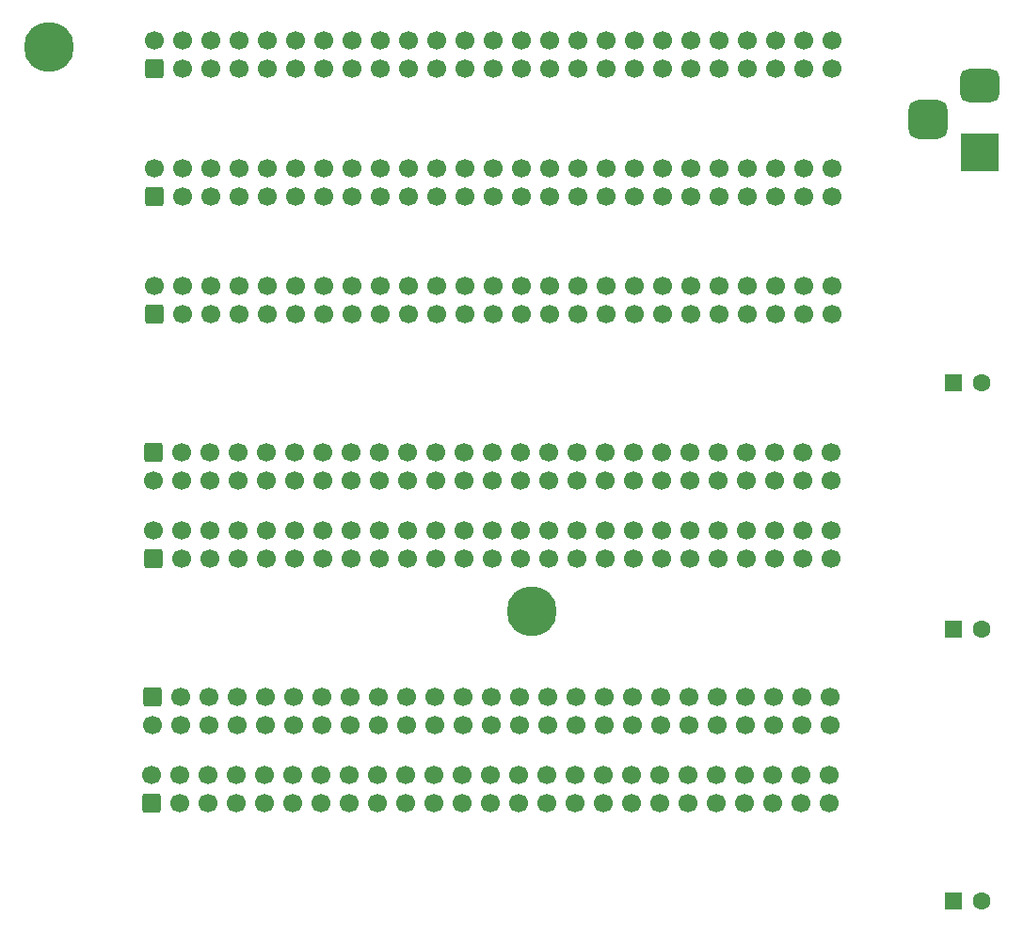
<source format=gbr>
%TF.GenerationSoftware,KiCad,Pcbnew,(6.0.7)*%
%TF.CreationDate,2022-12-21T02:17:17+00:00*%
%TF.ProjectId,CPC464-2MINIDOCK,43504334-3634-42d3-924d-494e49444f43,rev?*%
%TF.SameCoordinates,Original*%
%TF.FileFunction,Soldermask,Bot*%
%TF.FilePolarity,Negative*%
%FSLAX46Y46*%
G04 Gerber Fmt 4.6, Leading zero omitted, Abs format (unit mm)*
G04 Created by KiCad (PCBNEW (6.0.7)) date 2022-12-21 02:17:17*
%MOMM*%
%LPD*%
G01*
G04 APERTURE LIST*
G04 Aperture macros list*
%AMRoundRect*
0 Rectangle with rounded corners*
0 $1 Rounding radius*
0 $2 $3 $4 $5 $6 $7 $8 $9 X,Y pos of 4 corners*
0 Add a 4 corners polygon primitive as box body*
4,1,4,$2,$3,$4,$5,$6,$7,$8,$9,$2,$3,0*
0 Add four circle primitives for the rounded corners*
1,1,$1+$1,$2,$3*
1,1,$1+$1,$4,$5*
1,1,$1+$1,$6,$7*
1,1,$1+$1,$8,$9*
0 Add four rect primitives between the rounded corners*
20,1,$1+$1,$2,$3,$4,$5,0*
20,1,$1+$1,$4,$5,$6,$7,0*
20,1,$1+$1,$6,$7,$8,$9,0*
20,1,$1+$1,$8,$9,$2,$3,0*%
G04 Aperture macros list end*
%ADD10R,3.500000X3.500000*%
%ADD11RoundRect,0.750000X-1.000000X0.750000X-1.000000X-0.750000X1.000000X-0.750000X1.000000X0.750000X0*%
%ADD12RoundRect,0.875000X-0.875000X0.875000X-0.875000X-0.875000X0.875000X-0.875000X0.875000X0.875000X0*%
%ADD13R,1.600000X1.600000*%
%ADD14C,1.600000*%
%ADD15RoundRect,0.250000X0.600000X-0.600000X0.600000X0.600000X-0.600000X0.600000X-0.600000X-0.600000X0*%
%ADD16C,1.700000*%
%ADD17C,4.500000*%
G04 APERTURE END LIST*
D10*
%TO.C,J1*%
X121988500Y-35438600D03*
D11*
X121988500Y-29438600D03*
D12*
X117288500Y-32438600D03*
%TD*%
D13*
%TO.C,C692*%
X119594600Y-102819200D03*
D14*
X122094600Y-102819200D03*
%TD*%
D13*
%TO.C,C691*%
X119594600Y-78333600D03*
D14*
X122094600Y-78333600D03*
%TD*%
D13*
%TO.C,C690*%
X119594600Y-56184800D03*
D14*
X122094600Y-56184800D03*
%TD*%
D15*
%TO.C,CE696*%
X47498000Y-94000000D03*
D16*
X47498000Y-91460000D03*
X50038000Y-94000000D03*
X50038000Y-91460000D03*
X52578000Y-94000000D03*
X52578000Y-91460000D03*
X55118000Y-94000000D03*
X55118000Y-91460000D03*
X57658000Y-94000000D03*
X57658000Y-91460000D03*
X60198000Y-94000000D03*
X60198000Y-91460000D03*
X62738000Y-94000000D03*
X62738000Y-91460000D03*
X65278000Y-94000000D03*
X65278000Y-91460000D03*
X67818000Y-94000000D03*
X67818000Y-91460000D03*
X70358000Y-94000000D03*
X70358000Y-91460000D03*
X72898000Y-94000000D03*
X72898000Y-91460000D03*
X75438000Y-94000000D03*
X75438000Y-91460000D03*
X77978000Y-94000000D03*
X77978000Y-91460000D03*
X80518000Y-94000000D03*
X80518000Y-91460000D03*
X83058000Y-94000000D03*
X83058000Y-91460000D03*
X85598000Y-94000000D03*
X85598000Y-91460000D03*
X88138000Y-94000000D03*
X88138000Y-91460000D03*
X90678000Y-94000000D03*
X90678000Y-91460000D03*
X93218000Y-94000000D03*
X93218000Y-91460000D03*
X95758000Y-94000000D03*
X95758000Y-91460000D03*
X98298000Y-94000000D03*
X98298000Y-91460000D03*
X100838000Y-94000000D03*
X100838000Y-91460000D03*
X103378000Y-94000000D03*
X103378000Y-91460000D03*
X105918000Y-94000000D03*
X105918000Y-91460000D03*
X108458000Y-94000000D03*
X108458000Y-91460000D03*
%TD*%
D15*
%TO.C,CE695*%
X47523400Y-84460000D03*
D16*
X47523400Y-87000000D03*
X50063400Y-84460000D03*
X50063400Y-87000000D03*
X52603400Y-84460000D03*
X52603400Y-87000000D03*
X55143400Y-84460000D03*
X55143400Y-87000000D03*
X57683400Y-84460000D03*
X57683400Y-87000000D03*
X60223400Y-84460000D03*
X60223400Y-87000000D03*
X62763400Y-84460000D03*
X62763400Y-87000000D03*
X65303400Y-84460000D03*
X65303400Y-87000000D03*
X67843400Y-84460000D03*
X67843400Y-87000000D03*
X70383400Y-84460000D03*
X70383400Y-87000000D03*
X72923400Y-84460000D03*
X72923400Y-87000000D03*
X75463400Y-84460000D03*
X75463400Y-87000000D03*
X78003400Y-84460000D03*
X78003400Y-87000000D03*
X80543400Y-84460000D03*
X80543400Y-87000000D03*
X83083400Y-84460000D03*
X83083400Y-87000000D03*
X85623400Y-84460000D03*
X85623400Y-87000000D03*
X88163400Y-84460000D03*
X88163400Y-87000000D03*
X90703400Y-84460000D03*
X90703400Y-87000000D03*
X93243400Y-84460000D03*
X93243400Y-87000000D03*
X95783400Y-84460000D03*
X95783400Y-87000000D03*
X98323400Y-84460000D03*
X98323400Y-87000000D03*
X100863400Y-84460000D03*
X100863400Y-87000000D03*
X103403400Y-84460000D03*
X103403400Y-87000000D03*
X105943400Y-84460000D03*
X105943400Y-87000000D03*
X108483400Y-84460000D03*
X108483400Y-87000000D03*
%TD*%
%TO.C,CE694*%
X108585000Y-69460000D03*
X108585000Y-72000000D03*
X106045000Y-69460000D03*
X106045000Y-72000000D03*
X103505000Y-69460000D03*
X103505000Y-72000000D03*
X100965000Y-69460000D03*
X100965000Y-72000000D03*
X98425000Y-69460000D03*
X98425000Y-72000000D03*
X95885000Y-69460000D03*
X95885000Y-72000000D03*
X93345000Y-69460000D03*
X93345000Y-72000000D03*
X90805000Y-69460000D03*
X90805000Y-72000000D03*
X88265000Y-69460000D03*
X88265000Y-72000000D03*
X85725000Y-69460000D03*
X85725000Y-72000000D03*
X83185000Y-69460000D03*
X83185000Y-72000000D03*
X80645000Y-69460000D03*
X80645000Y-72000000D03*
X78105000Y-69460000D03*
X78105000Y-72000000D03*
X75565000Y-69460000D03*
X75565000Y-72000000D03*
X73025000Y-69460000D03*
X73025000Y-72000000D03*
X70485000Y-69460000D03*
X70485000Y-72000000D03*
X67945000Y-69460000D03*
X67945000Y-72000000D03*
X65405000Y-69460000D03*
X65405000Y-72000000D03*
X62865000Y-69460000D03*
X62865000Y-72000000D03*
X60325000Y-69460000D03*
X60325000Y-72000000D03*
X57785000Y-69460000D03*
X57785000Y-72000000D03*
X55245000Y-69460000D03*
X55245000Y-72000000D03*
X52705000Y-69460000D03*
X52705000Y-72000000D03*
X50165000Y-69460000D03*
X50165000Y-72000000D03*
X47625000Y-69460000D03*
D15*
X47625000Y-72000000D03*
%TD*%
%TO.C,CE693*%
X47625000Y-62460000D03*
D16*
X47625000Y-65000000D03*
X50165000Y-62460000D03*
X50165000Y-65000000D03*
X52705000Y-62460000D03*
X52705000Y-65000000D03*
X55245000Y-62460000D03*
X55245000Y-65000000D03*
X57785000Y-62460000D03*
X57785000Y-65000000D03*
X60325000Y-62460000D03*
X60325000Y-65000000D03*
X62865000Y-62460000D03*
X62865000Y-65000000D03*
X65405000Y-62460000D03*
X65405000Y-65000000D03*
X67945000Y-62460000D03*
X67945000Y-65000000D03*
X70485000Y-62460000D03*
X70485000Y-65000000D03*
X73025000Y-62460000D03*
X73025000Y-65000000D03*
X75565000Y-62460000D03*
X75565000Y-65000000D03*
X78105000Y-62460000D03*
X78105000Y-65000000D03*
X80645000Y-62460000D03*
X80645000Y-65000000D03*
X83185000Y-62460000D03*
X83185000Y-65000000D03*
X85725000Y-62460000D03*
X85725000Y-65000000D03*
X88265000Y-62460000D03*
X88265000Y-65000000D03*
X90805000Y-62460000D03*
X90805000Y-65000000D03*
X93345000Y-62460000D03*
X93345000Y-65000000D03*
X95885000Y-62460000D03*
X95885000Y-65000000D03*
X98425000Y-62460000D03*
X98425000Y-65000000D03*
X100965000Y-62460000D03*
X100965000Y-65000000D03*
X103505000Y-62460000D03*
X103505000Y-65000000D03*
X106045000Y-62460000D03*
X106045000Y-65000000D03*
X108585000Y-62460000D03*
X108585000Y-65000000D03*
%TD*%
D15*
%TO.C,CE692*%
X47675800Y-50000000D03*
D16*
X47675800Y-47460000D03*
X50215800Y-50000000D03*
X50215800Y-47460000D03*
X52755800Y-50000000D03*
X52755800Y-47460000D03*
X55295800Y-50000000D03*
X55295800Y-47460000D03*
X57835800Y-50000000D03*
X57835800Y-47460000D03*
X60375800Y-50000000D03*
X60375800Y-47460000D03*
X62915800Y-50000000D03*
X62915800Y-47460000D03*
X65455800Y-50000000D03*
X65455800Y-47460000D03*
X67995800Y-50000000D03*
X67995800Y-47460000D03*
X70535800Y-50000000D03*
X70535800Y-47460000D03*
X73075800Y-50000000D03*
X73075800Y-47460000D03*
X75615800Y-50000000D03*
X75615800Y-47460000D03*
X78155800Y-50000000D03*
X78155800Y-47460000D03*
X80695800Y-50000000D03*
X80695800Y-47460000D03*
X83235800Y-50000000D03*
X83235800Y-47460000D03*
X85775800Y-50000000D03*
X85775800Y-47460000D03*
X88315800Y-50000000D03*
X88315800Y-47460000D03*
X90855800Y-50000000D03*
X90855800Y-47460000D03*
X93395800Y-50000000D03*
X93395800Y-47460000D03*
X95935800Y-50000000D03*
X95935800Y-47460000D03*
X98475800Y-50000000D03*
X98475800Y-47460000D03*
X101015800Y-50000000D03*
X101015800Y-47460000D03*
X103555800Y-50000000D03*
X103555800Y-47460000D03*
X106095800Y-50000000D03*
X106095800Y-47460000D03*
X108635800Y-50000000D03*
X108635800Y-47460000D03*
%TD*%
D15*
%TO.C,CE691*%
X47675800Y-39436700D03*
D16*
X47675800Y-36896700D03*
X50215800Y-39436700D03*
X50215800Y-36896700D03*
X52755800Y-39436700D03*
X52755800Y-36896700D03*
X55295800Y-39436700D03*
X55295800Y-36896700D03*
X57835800Y-39436700D03*
X57835800Y-36896700D03*
X60375800Y-39436700D03*
X60375800Y-36896700D03*
X62915800Y-39436700D03*
X62915800Y-36896700D03*
X65455800Y-39436700D03*
X65455800Y-36896700D03*
X67995800Y-39436700D03*
X67995800Y-36896700D03*
X70535800Y-39436700D03*
X70535800Y-36896700D03*
X73075800Y-39436700D03*
X73075800Y-36896700D03*
X75615800Y-39436700D03*
X75615800Y-36896700D03*
X78155800Y-39436700D03*
X78155800Y-36896700D03*
X80695800Y-39436700D03*
X80695800Y-36896700D03*
X83235800Y-39436700D03*
X83235800Y-36896700D03*
X85775800Y-39436700D03*
X85775800Y-36896700D03*
X88315800Y-39436700D03*
X88315800Y-36896700D03*
X90855800Y-39436700D03*
X90855800Y-36896700D03*
X93395800Y-39436700D03*
X93395800Y-36896700D03*
X95935800Y-39436700D03*
X95935800Y-36896700D03*
X98475800Y-39436700D03*
X98475800Y-36896700D03*
X101015800Y-39436700D03*
X101015800Y-36896700D03*
X103555800Y-39436700D03*
X103555800Y-36896700D03*
X106095800Y-39436700D03*
X106095800Y-36896700D03*
X108635800Y-39436700D03*
X108635800Y-36896700D03*
%TD*%
D15*
%TO.C,CE690*%
X47675800Y-27889200D03*
D16*
X47675800Y-25349200D03*
X50215800Y-27889200D03*
X50215800Y-25349200D03*
X52755800Y-27889200D03*
X52755800Y-25349200D03*
X55295800Y-27889200D03*
X55295800Y-25349200D03*
X57835800Y-27889200D03*
X57835800Y-25349200D03*
X60375800Y-27889200D03*
X60375800Y-25349200D03*
X62915800Y-27889200D03*
X62915800Y-25349200D03*
X65455800Y-27889200D03*
X65455800Y-25349200D03*
X67995800Y-27889200D03*
X67995800Y-25349200D03*
X70535800Y-27889200D03*
X70535800Y-25349200D03*
X73075800Y-27889200D03*
X73075800Y-25349200D03*
X75615800Y-27889200D03*
X75615800Y-25349200D03*
X78155800Y-27889200D03*
X78155800Y-25349200D03*
X80695800Y-27889200D03*
X80695800Y-25349200D03*
X83235800Y-27889200D03*
X83235800Y-25349200D03*
X85775800Y-27889200D03*
X85775800Y-25349200D03*
X88315800Y-27889200D03*
X88315800Y-25349200D03*
X90855800Y-27889200D03*
X90855800Y-25349200D03*
X93395800Y-27889200D03*
X93395800Y-25349200D03*
X95935800Y-27889200D03*
X95935800Y-25349200D03*
X98475800Y-27889200D03*
X98475800Y-25349200D03*
X101015800Y-27889200D03*
X101015800Y-25349200D03*
X103555800Y-27889200D03*
X103555800Y-25349200D03*
X106095800Y-27889200D03*
X106095800Y-25349200D03*
X108635800Y-27889200D03*
X108635800Y-25349200D03*
%TD*%
D17*
%TO.C,H7*%
X81706800Y-76779200D03*
%TD*%
%TO.C,H1*%
X38272800Y-25979200D03*
%TD*%
M02*

</source>
